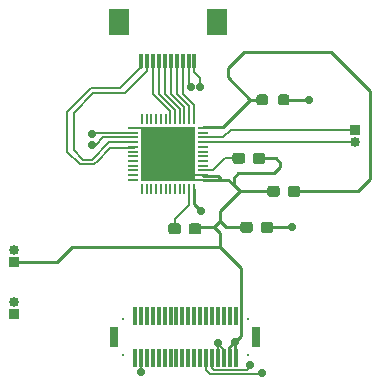
<source format=gtl>
%TF.GenerationSoftware,KiCad,Pcbnew,(5.1.10)-1*%
%TF.CreationDate,2021-12-08T22:58:09+01:00*%
%TF.ProjectId,shield_v1,73686965-6c64-45f7-9631-2e6b69636164,rev?*%
%TF.SameCoordinates,Original*%
%TF.FileFunction,Copper,L1,Top*%
%TF.FilePolarity,Positive*%
%FSLAX46Y46*%
G04 Gerber Fmt 4.6, Leading zero omitted, Abs format (unit mm)*
G04 Created by KiCad (PCBNEW (5.1.10)-1) date 2021-12-08 22:58:09*
%MOMM*%
%LPD*%
G01*
G04 APERTURE LIST*
%TA.AperFunction,SMDPad,CuDef*%
%ADD10R,1.803400X2.209800*%
%TD*%
%TA.AperFunction,SMDPad,CuDef*%
%ADD11R,0.304800X1.295400*%
%TD*%
%TA.AperFunction,SMDPad,CuDef*%
%ADD12R,0.800000X1.800000*%
%TD*%
%TA.AperFunction,ComponentPad*%
%ADD13C,0.300000*%
%TD*%
%TA.AperFunction,SMDPad,CuDef*%
%ADD14R,0.300000X1.600000*%
%TD*%
%TA.AperFunction,ComponentPad*%
%ADD15O,0.850000X0.850000*%
%TD*%
%TA.AperFunction,ComponentPad*%
%ADD16R,0.850000X0.850000*%
%TD*%
%TA.AperFunction,SMDPad,CuDef*%
%ADD17R,0.230000X0.810000*%
%TD*%
%TA.AperFunction,SMDPad,CuDef*%
%ADD18R,0.810000X0.230000*%
%TD*%
%TA.AperFunction,SMDPad,CuDef*%
%ADD19R,4.600000X4.600000*%
%TD*%
%TA.AperFunction,ViaPad*%
%ADD20C,0.700000*%
%TD*%
%TA.AperFunction,Conductor*%
%ADD21C,0.250000*%
%TD*%
%TA.AperFunction,Conductor*%
%ADD22C,0.200000*%
%TD*%
G04 APERTURE END LIST*
D10*
%TO.P,J6,12*%
%TO.N,N/C*%
X60874000Y-52884000D03*
%TO.P,J6,11*%
X69174000Y-52884000D03*
D11*
%TO.P,J6,10*%
%TO.N,TX4*%
X62774000Y-56134000D03*
%TO.P,J6,9*%
%TO.N,TX3*%
X63274000Y-56134000D03*
%TO.P,J6,8*%
%TO.N,RX6*%
X63774000Y-56134000D03*
%TO.P,J6,7*%
%TO.N,RX5*%
X64274000Y-56134000D03*
%TO.P,J6,6*%
%TO.N,RX4*%
X64774000Y-56134000D03*
%TO.P,J6,5*%
%TO.N,RX3*%
X65274000Y-56134000D03*
%TO.P,J6,4*%
%TO.N,RX2*%
X65774000Y-56134000D03*
%TO.P,J6,3*%
%TO.N,RX1*%
X66274000Y-56134000D03*
%TO.P,J6,2*%
%TO.N,TX2*%
X66774000Y-56134000D03*
%TO.P,J6,1*%
%TO.N,TX1*%
X67274000Y-56134000D03*
%TD*%
D12*
%TO.P,J5,MP2*%
%TO.N,Net-(J5-PadMP2)*%
X72500000Y-79500000D03*
%TO.P,J5,MP1*%
%TO.N,Net-(J5-PadMP1)*%
X60500000Y-79500000D03*
D13*
%TO.P,J5,MH2*%
%TO.N,N/C*%
X71800000Y-78000000D03*
%TO.P,J5,MH1*%
X61200000Y-78000000D03*
D14*
%TO.P,J5,36*%
%TO.N,Net-(J5-Pad36)*%
X70750000Y-77700000D03*
%TO.P,J5,35*%
%TO.N,GND*%
X70750000Y-81300000D03*
%TO.P,J5,34*%
%TO.N,Net-(J5-Pad34)*%
X70250000Y-77700000D03*
%TO.P,J5,33*%
%TO.N,GND*%
X70250000Y-81300000D03*
%TO.P,J5,32*%
%TO.N,Net-(J5-Pad32)*%
X69750000Y-77700000D03*
%TO.P,J5,31*%
%TO.N,+3V3*%
X69750000Y-81300000D03*
%TO.P,J5,30*%
%TO.N,Net-(J5-Pad30)*%
X69250000Y-77700000D03*
%TO.P,J5,29*%
%TO.N,+3V3*%
X69250000Y-81300000D03*
%TO.P,J5,28*%
%TO.N,Net-(J5-Pad28)*%
X68750000Y-77700000D03*
%TO.P,J5,27*%
%TO.N,SCL*%
X68750000Y-81300000D03*
%TO.P,J5,26*%
%TO.N,Net-(J5-Pad26)*%
X68250000Y-77700000D03*
%TO.P,J5,25*%
%TO.N,SDA*%
X68250000Y-81300000D03*
%TO.P,J5,24*%
%TO.N,Net-(J5-Pad24)*%
X67750000Y-77700000D03*
%TO.P,J5,23*%
%TO.N,Net-(J5-Pad23)*%
X67750000Y-81300000D03*
%TO.P,J5,22*%
%TO.N,Net-(J5-Pad22)*%
X67250000Y-77700000D03*
%TO.P,J5,21*%
%TO.N,Net-(J5-Pad21)*%
X67250000Y-81300000D03*
%TO.P,J5,20*%
%TO.N,Net-(J5-Pad20)*%
X66750000Y-77700000D03*
%TO.P,J5,19*%
%TO.N,Net-(J5-Pad19)*%
X66750000Y-81300000D03*
%TO.P,J5,18*%
%TO.N,Net-(J5-Pad18)*%
X66250000Y-77700000D03*
%TO.P,J5,17*%
%TO.N,Net-(J5-Pad17)*%
X66250000Y-81300000D03*
%TO.P,J5,16*%
%TO.N,Net-(J5-Pad16)*%
X65750000Y-77700000D03*
%TO.P,J5,15*%
%TO.N,Net-(J5-Pad15)*%
X65750000Y-81300000D03*
%TO.P,J5,14*%
%TO.N,Net-(J5-Pad14)*%
X65250000Y-77700000D03*
%TO.P,J5,13*%
%TO.N,Net-(J5-Pad13)*%
X65250000Y-81300000D03*
%TO.P,J5,12*%
%TO.N,Net-(J5-Pad12)*%
X64750000Y-77700000D03*
%TO.P,J5,11*%
%TO.N,Net-(J5-Pad11)*%
X64750000Y-81300000D03*
%TO.P,J5,10*%
%TO.N,Net-(J5-Pad10)*%
X64250000Y-77700000D03*
%TO.P,J5,9*%
%TO.N,Net-(J5-Pad9)*%
X64250000Y-81300000D03*
%TO.P,J5,8*%
%TO.N,Net-(J5-Pad8)*%
X63750000Y-77700000D03*
%TO.P,J5,7*%
%TO.N,Net-(J5-Pad7)*%
X63750000Y-81300000D03*
%TO.P,J5,6*%
%TO.N,Net-(J5-Pad6)*%
X63250000Y-77700000D03*
%TO.P,J5,5*%
%TO.N,Net-(J5-Pad5)*%
X63250000Y-81300000D03*
%TO.P,J5,4*%
%TO.N,Net-(J5-Pad4)*%
X62750000Y-77700000D03*
%TO.P,J5,3*%
%TO.N,A1*%
X62750000Y-81300000D03*
%TO.P,J5,2*%
%TO.N,Net-(J5-Pad2)*%
X62250000Y-77700000D03*
%TO.P,J5,1*%
%TO.N,Net-(J5-Pad1)*%
X62250000Y-81300000D03*
%TD*%
D13*
%TO.P,J4,MH2*%
%TO.N,N/C*%
X71789520Y-81001140D03*
%TO.P,J4,MH1*%
X61189520Y-81001140D03*
%TD*%
D15*
%TO.P,J3,2*%
%TO.N,+3V3*%
X52000000Y-72152000D03*
D16*
%TO.P,J3,1*%
%TO.N,GND*%
X52000000Y-73152000D03*
%TD*%
D15*
%TO.P,J2,2*%
%TO.N,+3V3*%
X52000000Y-76571600D03*
D16*
%TO.P,J2,1*%
%TO.N,A1*%
X52000000Y-77571600D03*
%TD*%
D15*
%TO.P,J1,2*%
%TO.N,SDA*%
X80899000Y-62976000D03*
D16*
%TO.P,J1,1*%
%TO.N,SCL*%
X80899000Y-61976000D03*
%TD*%
%TO.P,R1,2*%
%TO.N,VDDA*%
%TA.AperFunction,SMDPad,CuDef*%
G36*
G01*
X73489000Y-59198500D02*
X73489000Y-59673500D01*
G75*
G02*
X73251500Y-59911000I-237500J0D01*
G01*
X72751500Y-59911000D01*
G75*
G02*
X72514000Y-59673500I0J237500D01*
G01*
X72514000Y-59198500D01*
G75*
G02*
X72751500Y-58961000I237500J0D01*
G01*
X73251500Y-58961000D01*
G75*
G02*
X73489000Y-59198500I0J-237500D01*
G01*
G37*
%TD.AperFunction*%
%TO.P,R1,1*%
%TO.N,+3V3*%
%TA.AperFunction,SMDPad,CuDef*%
G36*
G01*
X75314000Y-59198500D02*
X75314000Y-59673500D01*
G75*
G02*
X75076500Y-59911000I-237500J0D01*
G01*
X74576500Y-59911000D01*
G75*
G02*
X74339000Y-59673500I0J237500D01*
G01*
X74339000Y-59198500D01*
G75*
G02*
X74576500Y-58961000I237500J0D01*
G01*
X75076500Y-58961000D01*
G75*
G02*
X75314000Y-59198500I0J-237500D01*
G01*
G37*
%TD.AperFunction*%
%TD*%
%TO.P,C4,2*%
%TO.N,Net-(C4-Pad2)*%
%TA.AperFunction,SMDPad,CuDef*%
G36*
G01*
X66122500Y-70120500D02*
X66122500Y-70595500D01*
G75*
G02*
X65885000Y-70833000I-237500J0D01*
G01*
X65285000Y-70833000D01*
G75*
G02*
X65047500Y-70595500I0J237500D01*
G01*
X65047500Y-70120500D01*
G75*
G02*
X65285000Y-69883000I237500J0D01*
G01*
X65885000Y-69883000D01*
G75*
G02*
X66122500Y-70120500I0J-237500D01*
G01*
G37*
%TD.AperFunction*%
%TO.P,C4,1*%
%TO.N,GND*%
%TA.AperFunction,SMDPad,CuDef*%
G36*
G01*
X67847500Y-70120500D02*
X67847500Y-70595500D01*
G75*
G02*
X67610000Y-70833000I-237500J0D01*
G01*
X67010000Y-70833000D01*
G75*
G02*
X66772500Y-70595500I0J237500D01*
G01*
X66772500Y-70120500D01*
G75*
G02*
X67010000Y-69883000I237500J0D01*
G01*
X67610000Y-69883000D01*
G75*
G02*
X67847500Y-70120500I0J-237500D01*
G01*
G37*
%TD.AperFunction*%
%TD*%
%TO.P,C3,2*%
%TO.N,+3V3*%
%TA.AperFunction,SMDPad,CuDef*%
G36*
G01*
X72868500Y-70468500D02*
X72868500Y-69993500D01*
G75*
G02*
X73106000Y-69756000I237500J0D01*
G01*
X73706000Y-69756000D01*
G75*
G02*
X73943500Y-69993500I0J-237500D01*
G01*
X73943500Y-70468500D01*
G75*
G02*
X73706000Y-70706000I-237500J0D01*
G01*
X73106000Y-70706000D01*
G75*
G02*
X72868500Y-70468500I0J237500D01*
G01*
G37*
%TD.AperFunction*%
%TO.P,C3,1*%
%TO.N,GND*%
%TA.AperFunction,SMDPad,CuDef*%
G36*
G01*
X71143500Y-70468500D02*
X71143500Y-69993500D01*
G75*
G02*
X71381000Y-69756000I237500J0D01*
G01*
X71981000Y-69756000D01*
G75*
G02*
X72218500Y-69993500I0J-237500D01*
G01*
X72218500Y-70468500D01*
G75*
G02*
X71981000Y-70706000I-237500J0D01*
G01*
X71381000Y-70706000D01*
G75*
G02*
X71143500Y-70468500I0J237500D01*
G01*
G37*
%TD.AperFunction*%
%TD*%
%TO.P,C2,2*%
%TO.N,VDDD*%
%TA.AperFunction,SMDPad,CuDef*%
G36*
G01*
X71557000Y-64151500D02*
X71557000Y-64626500D01*
G75*
G02*
X71319500Y-64864000I-237500J0D01*
G01*
X70719500Y-64864000D01*
G75*
G02*
X70482000Y-64626500I0J237500D01*
G01*
X70482000Y-64151500D01*
G75*
G02*
X70719500Y-63914000I237500J0D01*
G01*
X71319500Y-63914000D01*
G75*
G02*
X71557000Y-64151500I0J-237500D01*
G01*
G37*
%TD.AperFunction*%
%TO.P,C2,1*%
%TO.N,GND*%
%TA.AperFunction,SMDPad,CuDef*%
G36*
G01*
X73282000Y-64151500D02*
X73282000Y-64626500D01*
G75*
G02*
X73044500Y-64864000I-237500J0D01*
G01*
X72444500Y-64864000D01*
G75*
G02*
X72207000Y-64626500I0J237500D01*
G01*
X72207000Y-64151500D01*
G75*
G02*
X72444500Y-63914000I237500J0D01*
G01*
X73044500Y-63914000D01*
G75*
G02*
X73282000Y-64151500I0J-237500D01*
G01*
G37*
%TD.AperFunction*%
%TD*%
%TO.P,C1,2*%
%TO.N,VDDA*%
%TA.AperFunction,SMDPad,CuDef*%
G36*
G01*
X75154500Y-67420500D02*
X75154500Y-66945500D01*
G75*
G02*
X75392000Y-66708000I237500J0D01*
G01*
X75992000Y-66708000D01*
G75*
G02*
X76229500Y-66945500I0J-237500D01*
G01*
X76229500Y-67420500D01*
G75*
G02*
X75992000Y-67658000I-237500J0D01*
G01*
X75392000Y-67658000D01*
G75*
G02*
X75154500Y-67420500I0J237500D01*
G01*
G37*
%TD.AperFunction*%
%TO.P,C1,1*%
%TO.N,GND*%
%TA.AperFunction,SMDPad,CuDef*%
G36*
G01*
X73429500Y-67420500D02*
X73429500Y-66945500D01*
G75*
G02*
X73667000Y-66708000I237500J0D01*
G01*
X74267000Y-66708000D01*
G75*
G02*
X74504500Y-66945500I0J-237500D01*
G01*
X74504500Y-67420500D01*
G75*
G02*
X74267000Y-67658000I-237500J0D01*
G01*
X73667000Y-67658000D01*
G75*
G02*
X73429500Y-67420500I0J237500D01*
G01*
G37*
%TD.AperFunction*%
%TD*%
D17*
%TO.P,U1,48*%
%TO.N,Net-(U1-Pad48)*%
X62824000Y-61058000D03*
%TO.P,U1,47*%
%TO.N,Net-(U1-Pad47)*%
X63224000Y-61058000D03*
%TO.P,U1,46*%
%TO.N,Net-(U1-Pad46)*%
X63624000Y-61058000D03*
%TO.P,U1,45*%
%TO.N,Net-(U1-Pad45)*%
X64024000Y-61058000D03*
%TO.P,U1,44*%
%TO.N,Net-(U1-Pad44)*%
X64424000Y-61058000D03*
%TO.P,U1,43*%
%TO.N,Net-(U1-Pad43)*%
X64824000Y-61058000D03*
%TO.P,U1,42*%
%TO.N,RX6*%
X65224000Y-61058000D03*
%TO.P,U1,41*%
%TO.N,RX5*%
X65624000Y-61058000D03*
%TO.P,U1,40*%
%TO.N,RX4*%
X66024000Y-61058000D03*
%TO.P,U1,39*%
%TO.N,RX3*%
X66424000Y-61058000D03*
%TO.P,U1,38*%
%TO.N,RX2*%
X66824000Y-61058000D03*
%TO.P,U1,37*%
%TO.N,RX1*%
X67224000Y-61058000D03*
D18*
%TO.P,U1,36*%
%TO.N,VDDA*%
X67974000Y-61808000D03*
%TO.P,U1,35*%
%TO.N,Net-(U1-Pad35)*%
X67974000Y-62208000D03*
%TO.P,U1,34*%
%TO.N,SCL*%
X67974000Y-62608000D03*
%TO.P,U1,33*%
%TO.N,SDA*%
X67974000Y-63008000D03*
%TO.P,U1,32*%
%TO.N,Net-(U1-Pad32)*%
X67974000Y-63408000D03*
%TO.P,U1,31*%
%TO.N,Net-(U1-Pad31)*%
X67974000Y-63808000D03*
%TO.P,U1,30*%
%TO.N,Net-(U1-Pad30)*%
X67974000Y-64208000D03*
%TO.P,U1,29*%
%TO.N,Net-(U1-Pad29)*%
X67974000Y-64608000D03*
%TO.P,U1,28*%
%TO.N,Net-(U1-Pad28)*%
X67974000Y-65008000D03*
%TO.P,U1,27*%
%TO.N,VDDD*%
X67974000Y-65408000D03*
%TO.P,U1,26*%
%TO.N,GND*%
X67974000Y-65808000D03*
%TO.P,U1,25*%
X67974000Y-66208000D03*
D17*
%TO.P,U1,24*%
%TO.N,+3V3*%
X67224000Y-66958000D03*
%TO.P,U1,23*%
%TO.N,Net-(C4-Pad2)*%
X66824000Y-66958000D03*
%TO.P,U1,22*%
%TO.N,Net-(U1-Pad22)*%
X66424000Y-66958000D03*
%TO.P,U1,21*%
%TO.N,Net-(U1-Pad21)*%
X66024000Y-66958000D03*
%TO.P,U1,20*%
%TO.N,Net-(U1-Pad20)*%
X65624000Y-66958000D03*
%TO.P,U1,19*%
%TO.N,Net-(U1-Pad19)*%
X65224000Y-66958000D03*
%TO.P,U1,18*%
%TO.N,Net-(U1-Pad18)*%
X64824000Y-66958000D03*
%TO.P,U1,17*%
%TO.N,Net-(U1-Pad17)*%
X64424000Y-66958000D03*
%TO.P,U1,16*%
%TO.N,Net-(U1-Pad16)*%
X64024000Y-66958000D03*
%TO.P,U1,15*%
%TO.N,Net-(U1-Pad15)*%
X63624000Y-66958000D03*
%TO.P,U1,14*%
%TO.N,Net-(U1-Pad14)*%
X63224000Y-66958000D03*
%TO.P,U1,13*%
%TO.N,Net-(U1-Pad13)*%
X62824000Y-66958000D03*
D18*
%TO.P,U1,12*%
%TO.N,Net-(U1-Pad12)*%
X62074000Y-66208000D03*
%TO.P,U1,11*%
%TO.N,Net-(U1-Pad11)*%
X62074000Y-65808000D03*
%TO.P,U1,10*%
%TO.N,Net-(U1-Pad10)*%
X62074000Y-65408000D03*
%TO.P,U1,9*%
%TO.N,Net-(U1-Pad9)*%
X62074000Y-65008000D03*
%TO.P,U1,8*%
%TO.N,Net-(U1-Pad8)*%
X62074000Y-64608000D03*
%TO.P,U1,7*%
%TO.N,Net-(U1-Pad7)*%
X62074000Y-64208000D03*
%TO.P,U1,6*%
%TO.N,Net-(U1-Pad6)*%
X62074000Y-63808000D03*
%TO.P,U1,5*%
%TO.N,TX4*%
X62074000Y-63408000D03*
%TO.P,U1,4*%
%TO.N,TX3*%
X62074000Y-63008000D03*
%TO.P,U1,3*%
%TO.N,TX2*%
X62074000Y-62608000D03*
%TO.P,U1,2*%
%TO.N,TX1*%
X62074000Y-62208000D03*
%TO.P,U1,1*%
%TO.N,GND*%
X62074000Y-61808000D03*
D19*
%TO.P,U1,49*%
%TO.N,N/C*%
X65024000Y-64008000D03*
%TD*%
D20*
%TO.N,GND*%
X70690740Y-79933800D03*
%TO.N,SCL*%
X72001380Y-81871820D03*
%TO.N,SDA*%
X72969120Y-82532220D03*
%TO.N,+3V3*%
X67818000Y-68834000D03*
X76962000Y-59436000D03*
X75565000Y-70231000D03*
X69239520Y-80008340D03*
%TO.N,TX2*%
X66936620Y-58356500D03*
X58618120Y-63218060D03*
%TO.N,TX1*%
X67759580Y-58356500D03*
X58633360Y-62362080D03*
%TO.N,A1*%
X62750700Y-82514440D03*
%TD*%
D21*
%TO.N,GND*%
X73967000Y-67183000D02*
X71120000Y-67183000D01*
X71120000Y-67183000D02*
X69469000Y-68834000D01*
X69469000Y-68834000D02*
X69469000Y-69723000D01*
X69977000Y-70231000D02*
X71681000Y-70231000D01*
X69469000Y-69723000D02*
X69977000Y-70231000D01*
X69469000Y-69723000D02*
X68961000Y-70231000D01*
X67437000Y-70231000D02*
X67310000Y-70358000D01*
X68961000Y-70231000D02*
X67437000Y-70231000D01*
X74168000Y-64389000D02*
X72744500Y-64389000D01*
X74549000Y-65151000D02*
X74549000Y-64770000D01*
X74041000Y-65659000D02*
X74549000Y-65151000D01*
X70993000Y-65659000D02*
X74041000Y-65659000D01*
X70612000Y-66040000D02*
X70993000Y-65659000D01*
X70612000Y-66675000D02*
X70612000Y-66040000D01*
X74549000Y-64770000D02*
X74168000Y-64389000D01*
X71120000Y-67183000D02*
X70612000Y-66675000D01*
X70612000Y-66675000D02*
X70145000Y-66208000D01*
X69555000Y-66208000D02*
X69555000Y-66126000D01*
X70145000Y-66208000D02*
X69555000Y-66208000D01*
X69555000Y-66208000D02*
X67974000Y-66208000D01*
X69555000Y-66126000D02*
X69277001Y-65848001D01*
X69277001Y-65848001D02*
X67974000Y-65848001D01*
X55626000Y-73152000D02*
X51816000Y-73152000D01*
X56832500Y-71945500D02*
X55626000Y-73152000D01*
D22*
X70690740Y-81257360D02*
X70724521Y-81291141D01*
D21*
X70690740Y-79933800D02*
X70690740Y-81257360D01*
X70224521Y-80400019D02*
X70690740Y-79933800D01*
X70224521Y-81291141D02*
X70224521Y-80400019D01*
D22*
X62824000Y-61808000D02*
X65024000Y-64008000D01*
X62074000Y-61808000D02*
X62824000Y-61808000D01*
X66824000Y-65808000D02*
X65024000Y-64008000D01*
X67974000Y-65808000D02*
X66824000Y-65808000D01*
X67224000Y-66208000D02*
X65024000Y-64008000D01*
X67974000Y-66208000D02*
X67224000Y-66208000D01*
D21*
X56896000Y-71882000D02*
X56832500Y-71945500D01*
X69461380Y-71882000D02*
X56896000Y-71882000D01*
X71224140Y-73644760D02*
X69461380Y-71882000D01*
X71224140Y-79400400D02*
X71224140Y-73644760D01*
X70690740Y-79933800D02*
X71224140Y-79400400D01*
X69469000Y-71874380D02*
X69461380Y-71882000D01*
X69469000Y-70739000D02*
X69469000Y-71874380D01*
X68961000Y-70231000D02*
X69469000Y-70739000D01*
D22*
%TO.N,SCL*%
X67974000Y-62608000D02*
X69726000Y-62608000D01*
X69726000Y-62608000D02*
X70358000Y-61976000D01*
X80899000Y-61976000D02*
X77470000Y-61976000D01*
X77470000Y-61976000D02*
X77724000Y-61976000D01*
X70358000Y-61976000D02*
X77470000Y-61976000D01*
X68739520Y-81306140D02*
X68724521Y-81291141D01*
D21*
X68767460Y-81317460D02*
X68750000Y-81300000D01*
D22*
X68750000Y-82110002D02*
X68750000Y-81300000D01*
X68939999Y-82300001D02*
X68750000Y-82110002D01*
X71741999Y-82300001D02*
X68939999Y-82300001D01*
X72001380Y-82040620D02*
X71741999Y-82300001D01*
X72001380Y-81871820D02*
X72001380Y-82040620D01*
%TO.N,SDA*%
X80867000Y-63008000D02*
X80899000Y-62976000D01*
X67974000Y-63008000D02*
X80867000Y-63008000D01*
X68239520Y-81306140D02*
X68224521Y-81291141D01*
X68597780Y-82651600D02*
X69054980Y-82651600D01*
X68250000Y-82303820D02*
X68597780Y-82651600D01*
X68250000Y-81300000D02*
X68250000Y-82303820D01*
X69054980Y-82651600D02*
X68689220Y-82651600D01*
X72849740Y-82651600D02*
X72969120Y-82532220D01*
X69054980Y-82651600D02*
X72849740Y-82651600D01*
%TO.N,Net-(C4-Pad2)*%
X66824000Y-68304000D02*
X66824000Y-66958000D01*
X65585000Y-69543000D02*
X66824000Y-68304000D01*
X65585000Y-70358000D02*
X65585000Y-69543000D01*
D21*
%TO.N,+3V3*%
X73406000Y-70231000D02*
X75438000Y-70231000D01*
X75438000Y-70231000D02*
X75565000Y-70231000D01*
X74826500Y-59436000D02*
X76962000Y-59436000D01*
D22*
X76962000Y-59436000D02*
X76962000Y-59436000D01*
D21*
X67224000Y-68240000D02*
X67818000Y-68834000D01*
X67224000Y-66958000D02*
X67224000Y-68240000D01*
D22*
X69224521Y-81291141D02*
X69224521Y-79991581D01*
X69724521Y-80491581D02*
X69724521Y-81291141D01*
X69224521Y-79991581D02*
X69724521Y-80491581D01*
D21*
%TO.N,VDDA*%
X73001500Y-59436000D02*
X73001500Y-59586500D01*
X73001500Y-59436000D02*
X72009000Y-59436000D01*
X69677001Y-61767999D02*
X67974000Y-61767999D01*
X72009000Y-59436000D02*
X69677001Y-61767999D01*
X82169000Y-58674000D02*
X82169000Y-66167000D01*
X78867000Y-55372000D02*
X82169000Y-58674000D01*
X81153000Y-67183000D02*
X75692000Y-67183000D01*
X71501000Y-55372000D02*
X78867000Y-55372000D01*
X70104000Y-56769000D02*
X71501000Y-55372000D01*
X70104000Y-57531000D02*
X70104000Y-56769000D01*
X82169000Y-66167000D02*
X81153000Y-67183000D01*
X72009000Y-59436000D02*
X70104000Y-57531000D01*
D22*
%TO.N,VDDD*%
X69850000Y-64389000D02*
X71019500Y-64389000D01*
X68831000Y-65408000D02*
X69850000Y-64389000D01*
X67974000Y-65408000D02*
X68831000Y-65408000D01*
%TO.N,TX4*%
X62774000Y-56771100D02*
X62774000Y-56134000D01*
X60985400Y-58453020D02*
X62783870Y-56654550D01*
X62144462Y-63494920D02*
X60149740Y-63494920D01*
X58488482Y-58455560D02*
X58869580Y-58455560D01*
X58286601Y-58657441D02*
X58488482Y-58455560D01*
X58592912Y-58455560D02*
X58869580Y-58455560D01*
X58869580Y-58455560D02*
X60975530Y-58455560D01*
X58286601Y-58657441D02*
X58374472Y-58569570D01*
X57551221Y-64871599D02*
X58615678Y-64871600D01*
X56512170Y-63832548D02*
X57551221Y-64871599D01*
X56512171Y-60431871D02*
X56512170Y-63832548D01*
X58771839Y-64885521D02*
X59072780Y-64584580D01*
X58286601Y-58657441D02*
X56512171Y-60431871D01*
X60161779Y-63493041D02*
X58999120Y-64655700D01*
X58629599Y-64885521D02*
X58615678Y-64871600D01*
X58771839Y-64885521D02*
X58629599Y-64885521D01*
%TO.N,TX3*%
X63274000Y-56981700D02*
X63274000Y-56134000D01*
X61386120Y-58869580D02*
X63274000Y-56981700D01*
X58717180Y-58869580D02*
X61386120Y-58869580D01*
X57030620Y-60556140D02*
X58717180Y-58869580D01*
X57820560Y-64498220D02*
X57030620Y-63708280D01*
X58564780Y-64498220D02*
X57820560Y-64498220D01*
X57030620Y-63708280D02*
X57030620Y-60556140D01*
X60055000Y-63008000D02*
X58564780Y-64498220D01*
X62074000Y-63008000D02*
X60055000Y-63008000D01*
%TO.N,TX2*%
X62074000Y-62608000D02*
X59566000Y-62608000D01*
X58955940Y-63218060D02*
X59566000Y-62608000D01*
X58618120Y-63218060D02*
X58955940Y-63218060D01*
X66774000Y-58193880D02*
X66774000Y-56134000D01*
X66936620Y-58356500D02*
X66774000Y-58193880D01*
%TO.N,TX1*%
X58787440Y-62208000D02*
X58633360Y-62362080D01*
X62074000Y-62208000D02*
X58787440Y-62208000D01*
X67759580Y-58356500D02*
X67759580Y-57556400D01*
X67274000Y-57070820D02*
X67274000Y-56134000D01*
X67759580Y-57556400D02*
X67274000Y-57070820D01*
%TO.N,RX6*%
X65224000Y-61058000D02*
X65224000Y-60398000D01*
X65224000Y-60398000D02*
X63754000Y-58928000D01*
X63754000Y-56113680D02*
X63754000Y-58887680D01*
%TO.N,RX5*%
X65624000Y-61058000D02*
X65624000Y-60290000D01*
X65624000Y-60290000D02*
X64262000Y-58928000D01*
X64262000Y-56113680D02*
X64262000Y-58895680D01*
%TO.N,RX4*%
X66024000Y-61058000D02*
X66024000Y-60182000D01*
X66024000Y-60182000D02*
X64770000Y-58928000D01*
X64770000Y-56113680D02*
X64770000Y-58903680D01*
%TO.N,RX3*%
X66424000Y-61058000D02*
X66424000Y-60074000D01*
X66424000Y-60074000D02*
X65278000Y-58928000D01*
X65278000Y-56113680D02*
X65278000Y-58903680D01*
%TO.N,RX2*%
X66824000Y-61058000D02*
X66824000Y-59966000D01*
X66824000Y-59966000D02*
X65786000Y-58928000D01*
X65786000Y-56113680D02*
X65786000Y-58895680D01*
%TO.N,RX1*%
X67224000Y-61058000D02*
X67224000Y-59858000D01*
X67224000Y-59858000D02*
X66294000Y-58928000D01*
X66294000Y-56113680D02*
X66294000Y-58887680D01*
%TO.N,A1*%
X62754760Y-81321380D02*
X62724521Y-81291141D01*
X62750000Y-82513740D02*
X62750700Y-82514440D01*
X62750000Y-81300000D02*
X62750000Y-82513740D01*
%TO.N,Net-(J5-Pad4)*%
X62739520Y-77706140D02*
X62724521Y-77691141D01*
%TD*%
M02*

</source>
